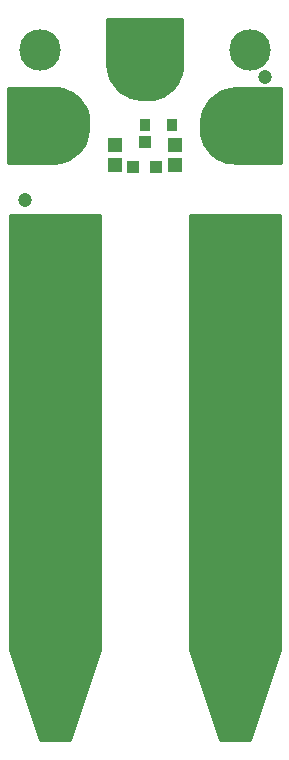
<source format=gts>
G75*
%MOIN*%
%OFA0B0*%
%FSLAX25Y25*%
%IPPOS*%
%LPD*%
%AMOC8*
5,1,8,0,0,1.08239X$1,22.5*
%
%ADD10C,0.01000*%
%ADD11R,0.03950X0.04343*%
%ADD12R,0.04737X0.05131*%
%ADD13C,0.13800*%
%ADD14C,0.04737*%
%ADD15C,0.20800*%
%ADD16R,0.03280X0.04068*%
D10*
X0123333Y0266400D02*
X0133333Y0266400D01*
X0143333Y0296400D01*
X0143333Y0441400D01*
X0113333Y0441400D01*
X0113333Y0296400D01*
X0123333Y0266400D01*
X0133333Y0266400D01*
X0123333Y0266400D01*
X0113333Y0296400D01*
X0113333Y0441400D01*
X0143333Y0441400D01*
X0143333Y0296400D01*
X0133333Y0266400D01*
X0133666Y0267399D02*
X0123000Y0267399D01*
X0122668Y0268397D02*
X0133999Y0268397D01*
X0134332Y0269396D02*
X0122335Y0269396D01*
X0122002Y0270394D02*
X0134665Y0270394D01*
X0134998Y0271393D02*
X0121669Y0271393D01*
X0121336Y0272391D02*
X0135330Y0272391D01*
X0135663Y0273390D02*
X0121003Y0273390D01*
X0120671Y0274388D02*
X0135996Y0274388D01*
X0136329Y0275387D02*
X0120338Y0275387D01*
X0120005Y0276385D02*
X0136662Y0276385D01*
X0136995Y0277384D02*
X0119672Y0277384D01*
X0119339Y0278382D02*
X0137327Y0278382D01*
X0137660Y0279381D02*
X0119006Y0279381D01*
X0118674Y0280379D02*
X0137993Y0280379D01*
X0138326Y0281378D02*
X0118341Y0281378D01*
X0118008Y0282376D02*
X0138659Y0282376D01*
X0138992Y0283375D02*
X0117675Y0283375D01*
X0117342Y0284373D02*
X0139324Y0284373D01*
X0139657Y0285372D02*
X0117009Y0285372D01*
X0116677Y0286370D02*
X0139990Y0286370D01*
X0140323Y0287369D02*
X0116344Y0287369D01*
X0116011Y0288367D02*
X0140656Y0288367D01*
X0140989Y0289366D02*
X0115678Y0289366D01*
X0115345Y0290364D02*
X0141321Y0290364D01*
X0141654Y0291363D02*
X0115012Y0291363D01*
X0114680Y0292361D02*
X0141987Y0292361D01*
X0142320Y0293360D02*
X0114347Y0293360D01*
X0114014Y0294358D02*
X0142653Y0294358D01*
X0142986Y0295357D02*
X0113681Y0295357D01*
X0113348Y0296355D02*
X0143318Y0296355D01*
X0143333Y0297354D02*
X0113333Y0297354D01*
X0113333Y0298352D02*
X0143333Y0298352D01*
X0143333Y0299351D02*
X0113333Y0299351D01*
X0113333Y0300349D02*
X0143333Y0300349D01*
X0143333Y0301348D02*
X0113333Y0301348D01*
X0113333Y0302346D02*
X0143333Y0302346D01*
X0143333Y0303345D02*
X0113333Y0303345D01*
X0113333Y0304343D02*
X0143333Y0304343D01*
X0143333Y0305342D02*
X0113333Y0305342D01*
X0113333Y0306340D02*
X0143333Y0306340D01*
X0143333Y0307339D02*
X0113333Y0307339D01*
X0113333Y0308337D02*
X0143333Y0308337D01*
X0143333Y0309336D02*
X0113333Y0309336D01*
X0113333Y0310334D02*
X0143333Y0310334D01*
X0143333Y0311333D02*
X0113333Y0311333D01*
X0113333Y0312332D02*
X0143333Y0312332D01*
X0143333Y0313330D02*
X0113333Y0313330D01*
X0113333Y0314329D02*
X0143333Y0314329D01*
X0143333Y0315327D02*
X0113333Y0315327D01*
X0113333Y0316326D02*
X0143333Y0316326D01*
X0143333Y0317324D02*
X0113333Y0317324D01*
X0113333Y0318323D02*
X0143333Y0318323D01*
X0143333Y0319321D02*
X0113333Y0319321D01*
X0113333Y0320320D02*
X0143333Y0320320D01*
X0143333Y0321318D02*
X0113333Y0321318D01*
X0113333Y0322317D02*
X0143333Y0322317D01*
X0143333Y0323315D02*
X0113333Y0323315D01*
X0113333Y0324314D02*
X0143333Y0324314D01*
X0143333Y0325312D02*
X0113333Y0325312D01*
X0113333Y0326311D02*
X0143333Y0326311D01*
X0143333Y0327309D02*
X0113333Y0327309D01*
X0113333Y0328308D02*
X0143333Y0328308D01*
X0143333Y0329306D02*
X0113333Y0329306D01*
X0113333Y0330305D02*
X0143333Y0330305D01*
X0143333Y0331303D02*
X0113333Y0331303D01*
X0113333Y0332302D02*
X0143333Y0332302D01*
X0143333Y0333300D02*
X0113333Y0333300D01*
X0113333Y0334299D02*
X0143333Y0334299D01*
X0143333Y0335297D02*
X0113333Y0335297D01*
X0113333Y0336296D02*
X0143333Y0336296D01*
X0143333Y0337294D02*
X0113333Y0337294D01*
X0113333Y0338293D02*
X0143333Y0338293D01*
X0143333Y0339291D02*
X0113333Y0339291D01*
X0113333Y0340290D02*
X0143333Y0340290D01*
X0143333Y0341288D02*
X0113333Y0341288D01*
X0113333Y0342287D02*
X0143333Y0342287D01*
X0143333Y0343285D02*
X0113333Y0343285D01*
X0113333Y0344284D02*
X0143333Y0344284D01*
X0143333Y0345282D02*
X0113333Y0345282D01*
X0113333Y0346281D02*
X0143333Y0346281D01*
X0143333Y0347279D02*
X0113333Y0347279D01*
X0113333Y0348278D02*
X0143333Y0348278D01*
X0143333Y0349276D02*
X0113333Y0349276D01*
X0113333Y0350275D02*
X0143333Y0350275D01*
X0143333Y0351273D02*
X0113333Y0351273D01*
X0113333Y0352272D02*
X0143333Y0352272D01*
X0143333Y0353270D02*
X0113333Y0353270D01*
X0113333Y0354269D02*
X0143333Y0354269D01*
X0143333Y0355268D02*
X0113333Y0355268D01*
X0113333Y0356266D02*
X0143333Y0356266D01*
X0143333Y0357265D02*
X0113333Y0357265D01*
X0113333Y0358263D02*
X0143333Y0358263D01*
X0143333Y0359262D02*
X0113333Y0359262D01*
X0113333Y0360260D02*
X0143333Y0360260D01*
X0143333Y0361259D02*
X0113333Y0361259D01*
X0113333Y0362257D02*
X0143333Y0362257D01*
X0143333Y0363256D02*
X0113333Y0363256D01*
X0113333Y0364254D02*
X0143333Y0364254D01*
X0143333Y0365253D02*
X0113333Y0365253D01*
X0113333Y0366251D02*
X0143333Y0366251D01*
X0143333Y0367250D02*
X0113333Y0367250D01*
X0113333Y0368248D02*
X0143333Y0368248D01*
X0143333Y0369247D02*
X0113333Y0369247D01*
X0113333Y0370245D02*
X0143333Y0370245D01*
X0143333Y0371244D02*
X0113333Y0371244D01*
X0113333Y0372242D02*
X0143333Y0372242D01*
X0143333Y0373241D02*
X0113333Y0373241D01*
X0113333Y0374239D02*
X0143333Y0374239D01*
X0143333Y0375238D02*
X0113333Y0375238D01*
X0113333Y0376236D02*
X0143333Y0376236D01*
X0143333Y0377235D02*
X0113333Y0377235D01*
X0113333Y0378233D02*
X0143333Y0378233D01*
X0143333Y0379232D02*
X0113333Y0379232D01*
X0113333Y0380230D02*
X0143333Y0380230D01*
X0143333Y0381229D02*
X0113333Y0381229D01*
X0113333Y0382227D02*
X0143333Y0382227D01*
X0143333Y0383226D02*
X0113333Y0383226D01*
X0113333Y0384224D02*
X0143333Y0384224D01*
X0143333Y0385223D02*
X0113333Y0385223D01*
X0113333Y0386221D02*
X0143333Y0386221D01*
X0143333Y0387220D02*
X0113333Y0387220D01*
X0113333Y0388218D02*
X0143333Y0388218D01*
X0143333Y0389217D02*
X0113333Y0389217D01*
X0113333Y0390215D02*
X0143333Y0390215D01*
X0143333Y0391214D02*
X0113333Y0391214D01*
X0113333Y0392212D02*
X0143333Y0392212D01*
X0143333Y0393211D02*
X0113333Y0393211D01*
X0113333Y0394209D02*
X0143333Y0394209D01*
X0143333Y0395208D02*
X0113333Y0395208D01*
X0113333Y0396206D02*
X0143333Y0396206D01*
X0143333Y0397205D02*
X0113333Y0397205D01*
X0113333Y0398203D02*
X0143333Y0398203D01*
X0143333Y0399202D02*
X0113333Y0399202D01*
X0113333Y0400201D02*
X0143333Y0400201D01*
X0143333Y0401199D02*
X0113333Y0401199D01*
X0113333Y0402198D02*
X0143333Y0402198D01*
X0143333Y0403196D02*
X0113333Y0403196D01*
X0113333Y0404195D02*
X0143333Y0404195D01*
X0143333Y0405193D02*
X0113333Y0405193D01*
X0113333Y0406192D02*
X0143333Y0406192D01*
X0143333Y0407190D02*
X0113333Y0407190D01*
X0113333Y0408189D02*
X0143333Y0408189D01*
X0143333Y0409187D02*
X0113333Y0409187D01*
X0113333Y0410186D02*
X0143333Y0410186D01*
X0143333Y0411184D02*
X0113333Y0411184D01*
X0113333Y0412183D02*
X0143333Y0412183D01*
X0143333Y0413181D02*
X0113333Y0413181D01*
X0113333Y0414180D02*
X0143333Y0414180D01*
X0143333Y0415178D02*
X0113333Y0415178D01*
X0113333Y0416177D02*
X0143333Y0416177D01*
X0143333Y0417175D02*
X0113333Y0417175D01*
X0113333Y0418174D02*
X0143333Y0418174D01*
X0143333Y0419172D02*
X0113333Y0419172D01*
X0113333Y0420171D02*
X0143333Y0420171D01*
X0143333Y0421169D02*
X0113333Y0421169D01*
X0113333Y0422168D02*
X0143333Y0422168D01*
X0143333Y0423166D02*
X0113333Y0423166D01*
X0113333Y0424165D02*
X0143333Y0424165D01*
X0143333Y0425163D02*
X0113333Y0425163D01*
X0113333Y0426162D02*
X0143333Y0426162D01*
X0143333Y0427160D02*
X0113333Y0427160D01*
X0113333Y0428159D02*
X0143333Y0428159D01*
X0143333Y0429157D02*
X0113333Y0429157D01*
X0113333Y0430156D02*
X0143333Y0430156D01*
X0143333Y0431154D02*
X0113333Y0431154D01*
X0113333Y0432153D02*
X0143333Y0432153D01*
X0143333Y0433151D02*
X0113333Y0433151D01*
X0113333Y0434150D02*
X0143333Y0434150D01*
X0143333Y0435148D02*
X0113333Y0435148D01*
X0113333Y0436147D02*
X0143333Y0436147D01*
X0143333Y0437145D02*
X0113333Y0437145D01*
X0113333Y0438144D02*
X0143333Y0438144D01*
X0143333Y0439142D02*
X0113333Y0439142D01*
X0113333Y0440141D02*
X0143333Y0440141D01*
X0143333Y0441139D02*
X0113333Y0441139D01*
X0112933Y0459000D02*
X0128333Y0459000D01*
X0130007Y0459205D01*
X0131633Y0459647D01*
X0133181Y0460316D01*
X0134618Y0461198D01*
X0135914Y0462275D01*
X0137044Y0463526D01*
X0137985Y0464925D01*
X0138716Y0466444D01*
X0139224Y0468051D01*
X0139499Y0469715D01*
X0139533Y0471400D01*
X0139580Y0473000D01*
X0139399Y0474590D01*
X0138995Y0476139D01*
X0138376Y0477615D01*
X0137554Y0478988D01*
X0136547Y0480232D01*
X0135373Y0481320D01*
X0134057Y0482231D01*
X0132626Y0482947D01*
X0131107Y0483453D01*
X0129533Y0483740D01*
X0127933Y0483800D01*
X0112933Y0483800D01*
X0112933Y0459000D01*
X0112933Y0459113D02*
X0129251Y0459113D01*
X0132708Y0460111D02*
X0112933Y0460111D01*
X0112933Y0461110D02*
X0134475Y0461110D01*
X0135713Y0462108D02*
X0112933Y0462108D01*
X0112933Y0463107D02*
X0136665Y0463107D01*
X0137433Y0464105D02*
X0112933Y0464105D01*
X0112933Y0465104D02*
X0138071Y0465104D01*
X0138552Y0466102D02*
X0112933Y0466102D01*
X0112933Y0467101D02*
X0138924Y0467101D01*
X0139232Y0468099D02*
X0112933Y0468099D01*
X0112933Y0469098D02*
X0139397Y0469098D01*
X0139506Y0470096D02*
X0112933Y0470096D01*
X0112933Y0471095D02*
X0139527Y0471095D01*
X0139553Y0472093D02*
X0112933Y0472093D01*
X0112933Y0473092D02*
X0139569Y0473092D01*
X0139456Y0474090D02*
X0112933Y0474090D01*
X0112933Y0475089D02*
X0139269Y0475089D01*
X0139008Y0476087D02*
X0112933Y0476087D01*
X0112933Y0477086D02*
X0138598Y0477086D01*
X0138095Y0478084D02*
X0112933Y0478084D01*
X0112933Y0479083D02*
X0137478Y0479083D01*
X0136669Y0480081D02*
X0112933Y0480081D01*
X0112933Y0481080D02*
X0135632Y0481080D01*
X0134278Y0482078D02*
X0112933Y0482078D01*
X0112933Y0483077D02*
X0132237Y0483077D01*
X0146580Y0488100D02*
X0146139Y0489727D01*
X0145933Y0491400D01*
X0145933Y0506800D01*
X0170733Y0506800D01*
X0170733Y0491800D01*
X0170673Y0490201D01*
X0170387Y0488626D01*
X0169881Y0487107D01*
X0169165Y0485676D01*
X0168253Y0484360D01*
X0167165Y0483187D01*
X0165922Y0482179D01*
X0164548Y0481357D01*
X0163072Y0480738D01*
X0161523Y0480334D01*
X0159933Y0480154D01*
X0158333Y0480200D01*
X0156648Y0480235D01*
X0154985Y0480509D01*
X0153377Y0481017D01*
X0151859Y0481749D01*
X0150459Y0482689D01*
X0149208Y0483819D01*
X0148131Y0485116D01*
X0147249Y0486552D01*
X0146580Y0488100D01*
X0146593Y0488070D02*
X0170201Y0488070D01*
X0170467Y0489068D02*
X0146318Y0489068D01*
X0146097Y0490067D02*
X0170649Y0490067D01*
X0170706Y0491065D02*
X0145974Y0491065D01*
X0145933Y0492064D02*
X0170733Y0492064D01*
X0170733Y0493062D02*
X0145933Y0493062D01*
X0145933Y0494061D02*
X0170733Y0494061D01*
X0170733Y0495059D02*
X0145933Y0495059D01*
X0145933Y0496058D02*
X0170733Y0496058D01*
X0170733Y0497056D02*
X0145933Y0497056D01*
X0145933Y0498055D02*
X0170733Y0498055D01*
X0170733Y0499053D02*
X0145933Y0499053D01*
X0145933Y0500052D02*
X0170733Y0500052D01*
X0170733Y0501050D02*
X0145933Y0501050D01*
X0145933Y0502049D02*
X0170733Y0502049D01*
X0170733Y0503047D02*
X0145933Y0503047D01*
X0145933Y0504046D02*
X0170733Y0504046D01*
X0170733Y0505044D02*
X0145933Y0505044D01*
X0145933Y0506043D02*
X0170733Y0506043D01*
X0169862Y0487071D02*
X0147025Y0487071D01*
X0147544Y0486072D02*
X0169363Y0486072D01*
X0168748Y0485074D02*
X0148166Y0485074D01*
X0148995Y0484075D02*
X0167989Y0484075D01*
X0167030Y0483077D02*
X0150030Y0483077D01*
X0151368Y0482078D02*
X0165754Y0482078D01*
X0163887Y0481080D02*
X0153247Y0481080D01*
X0177442Y0474749D02*
X0177950Y0476356D01*
X0178682Y0477875D01*
X0179623Y0479274D01*
X0180753Y0480525D01*
X0182049Y0481602D01*
X0183486Y0482484D01*
X0185033Y0483153D01*
X0186660Y0483595D01*
X0188333Y0483800D01*
X0203733Y0483800D01*
X0203733Y0459000D01*
X0188733Y0459000D01*
X0187134Y0459060D01*
X0185559Y0459347D01*
X0184041Y0459853D01*
X0182609Y0460569D01*
X0181294Y0461480D01*
X0180120Y0462568D01*
X0179112Y0463812D01*
X0178291Y0465185D01*
X0177672Y0466661D01*
X0177268Y0468210D01*
X0177087Y0469800D01*
X0177133Y0471400D01*
X0177168Y0473085D01*
X0177442Y0474749D01*
X0177550Y0475089D02*
X0203733Y0475089D01*
X0203733Y0476087D02*
X0177865Y0476087D01*
X0178302Y0477086D02*
X0203733Y0477086D01*
X0203733Y0478084D02*
X0178823Y0478084D01*
X0179494Y0479083D02*
X0203733Y0479083D01*
X0203733Y0480081D02*
X0180352Y0480081D01*
X0181420Y0481080D02*
X0203733Y0481080D01*
X0203733Y0482078D02*
X0182824Y0482078D01*
X0184857Y0483077D02*
X0203733Y0483077D01*
X0203733Y0474090D02*
X0177334Y0474090D01*
X0177169Y0473092D02*
X0203733Y0473092D01*
X0203733Y0472093D02*
X0177148Y0472093D01*
X0177125Y0471095D02*
X0203733Y0471095D01*
X0203733Y0470096D02*
X0177096Y0470096D01*
X0177167Y0469098D02*
X0203733Y0469098D01*
X0203733Y0468099D02*
X0177297Y0468099D01*
X0177557Y0467101D02*
X0203733Y0467101D01*
X0203733Y0466102D02*
X0177906Y0466102D01*
X0178339Y0465104D02*
X0203733Y0465104D01*
X0203733Y0464105D02*
X0178937Y0464105D01*
X0179683Y0463107D02*
X0203733Y0463107D01*
X0203733Y0462108D02*
X0180616Y0462108D01*
X0181828Y0461110D02*
X0203733Y0461110D01*
X0203733Y0460111D02*
X0183524Y0460111D01*
X0186846Y0459113D02*
X0203733Y0459113D01*
X0203333Y0441400D02*
X0173333Y0441400D01*
X0173333Y0296400D01*
X0183333Y0266400D01*
X0193333Y0266400D01*
X0203333Y0296400D01*
X0203333Y0441400D01*
X0173333Y0441400D01*
X0173333Y0296400D01*
X0183333Y0266400D01*
X0193333Y0266400D01*
X0203333Y0296400D01*
X0203333Y0441400D01*
X0203333Y0441139D02*
X0173333Y0441139D01*
X0173333Y0440141D02*
X0203333Y0440141D01*
X0203333Y0439142D02*
X0173333Y0439142D01*
X0173333Y0438144D02*
X0203333Y0438144D01*
X0203333Y0437145D02*
X0173333Y0437145D01*
X0173333Y0436147D02*
X0203333Y0436147D01*
X0203333Y0435148D02*
X0173333Y0435148D01*
X0173333Y0434150D02*
X0203333Y0434150D01*
X0203333Y0433151D02*
X0173333Y0433151D01*
X0173333Y0432153D02*
X0203333Y0432153D01*
X0203333Y0431154D02*
X0173333Y0431154D01*
X0173333Y0430156D02*
X0203333Y0430156D01*
X0203333Y0429157D02*
X0173333Y0429157D01*
X0173333Y0428159D02*
X0203333Y0428159D01*
X0203333Y0427160D02*
X0173333Y0427160D01*
X0173333Y0426162D02*
X0203333Y0426162D01*
X0203333Y0425163D02*
X0173333Y0425163D01*
X0173333Y0424165D02*
X0203333Y0424165D01*
X0203333Y0423166D02*
X0173333Y0423166D01*
X0173333Y0422168D02*
X0203333Y0422168D01*
X0203333Y0421169D02*
X0173333Y0421169D01*
X0173333Y0420171D02*
X0203333Y0420171D01*
X0203333Y0419172D02*
X0173333Y0419172D01*
X0173333Y0418174D02*
X0203333Y0418174D01*
X0203333Y0417175D02*
X0173333Y0417175D01*
X0173333Y0416177D02*
X0203333Y0416177D01*
X0203333Y0415178D02*
X0173333Y0415178D01*
X0173333Y0414180D02*
X0203333Y0414180D01*
X0203333Y0413181D02*
X0173333Y0413181D01*
X0173333Y0412183D02*
X0203333Y0412183D01*
X0203333Y0411184D02*
X0173333Y0411184D01*
X0173333Y0410186D02*
X0203333Y0410186D01*
X0203333Y0409187D02*
X0173333Y0409187D01*
X0173333Y0408189D02*
X0203333Y0408189D01*
X0203333Y0407190D02*
X0173333Y0407190D01*
X0173333Y0406192D02*
X0203333Y0406192D01*
X0203333Y0405193D02*
X0173333Y0405193D01*
X0173333Y0404195D02*
X0203333Y0404195D01*
X0203333Y0403196D02*
X0173333Y0403196D01*
X0173333Y0402198D02*
X0203333Y0402198D01*
X0203333Y0401199D02*
X0173333Y0401199D01*
X0173333Y0400201D02*
X0203333Y0400201D01*
X0203333Y0399202D02*
X0173333Y0399202D01*
X0173333Y0398203D02*
X0203333Y0398203D01*
X0203333Y0397205D02*
X0173333Y0397205D01*
X0173333Y0396206D02*
X0203333Y0396206D01*
X0203333Y0395208D02*
X0173333Y0395208D01*
X0173333Y0394209D02*
X0203333Y0394209D01*
X0203333Y0393211D02*
X0173333Y0393211D01*
X0173333Y0392212D02*
X0203333Y0392212D01*
X0203333Y0391214D02*
X0173333Y0391214D01*
X0173333Y0390215D02*
X0203333Y0390215D01*
X0203333Y0389217D02*
X0173333Y0389217D01*
X0173333Y0388218D02*
X0203333Y0388218D01*
X0203333Y0387220D02*
X0173333Y0387220D01*
X0173333Y0386221D02*
X0203333Y0386221D01*
X0203333Y0385223D02*
X0173333Y0385223D01*
X0173333Y0384224D02*
X0203333Y0384224D01*
X0203333Y0383226D02*
X0173333Y0383226D01*
X0173333Y0382227D02*
X0203333Y0382227D01*
X0203333Y0381229D02*
X0173333Y0381229D01*
X0173333Y0380230D02*
X0203333Y0380230D01*
X0203333Y0379232D02*
X0173333Y0379232D01*
X0173333Y0378233D02*
X0203333Y0378233D01*
X0203333Y0377235D02*
X0173333Y0377235D01*
X0173333Y0376236D02*
X0203333Y0376236D01*
X0203333Y0375238D02*
X0173333Y0375238D01*
X0173333Y0374239D02*
X0203333Y0374239D01*
X0203333Y0373241D02*
X0173333Y0373241D01*
X0173333Y0372242D02*
X0203333Y0372242D01*
X0203333Y0371244D02*
X0173333Y0371244D01*
X0173333Y0370245D02*
X0203333Y0370245D01*
X0203333Y0369247D02*
X0173333Y0369247D01*
X0173333Y0368248D02*
X0203333Y0368248D01*
X0203333Y0367250D02*
X0173333Y0367250D01*
X0173333Y0366251D02*
X0203333Y0366251D01*
X0203333Y0365253D02*
X0173333Y0365253D01*
X0173333Y0364254D02*
X0203333Y0364254D01*
X0203333Y0363256D02*
X0173333Y0363256D01*
X0173333Y0362257D02*
X0203333Y0362257D01*
X0203333Y0361259D02*
X0173333Y0361259D01*
X0173333Y0360260D02*
X0203333Y0360260D01*
X0203333Y0359262D02*
X0173333Y0359262D01*
X0173333Y0358263D02*
X0203333Y0358263D01*
X0203333Y0357265D02*
X0173333Y0357265D01*
X0173333Y0356266D02*
X0203333Y0356266D01*
X0203333Y0355268D02*
X0173333Y0355268D01*
X0173333Y0354269D02*
X0203333Y0354269D01*
X0203333Y0353270D02*
X0173333Y0353270D01*
X0173333Y0352272D02*
X0203333Y0352272D01*
X0203333Y0351273D02*
X0173333Y0351273D01*
X0173333Y0350275D02*
X0203333Y0350275D01*
X0203333Y0349276D02*
X0173333Y0349276D01*
X0173333Y0348278D02*
X0203333Y0348278D01*
X0203333Y0347279D02*
X0173333Y0347279D01*
X0173333Y0346281D02*
X0203333Y0346281D01*
X0203333Y0345282D02*
X0173333Y0345282D01*
X0173333Y0344284D02*
X0203333Y0344284D01*
X0203333Y0343285D02*
X0173333Y0343285D01*
X0173333Y0342287D02*
X0203333Y0342287D01*
X0203333Y0341288D02*
X0173333Y0341288D01*
X0173333Y0340290D02*
X0203333Y0340290D01*
X0203333Y0339291D02*
X0173333Y0339291D01*
X0173333Y0338293D02*
X0203333Y0338293D01*
X0203333Y0337294D02*
X0173333Y0337294D01*
X0173333Y0336296D02*
X0203333Y0336296D01*
X0203333Y0335297D02*
X0173333Y0335297D01*
X0173333Y0334299D02*
X0203333Y0334299D01*
X0203333Y0333300D02*
X0173333Y0333300D01*
X0173333Y0332302D02*
X0203333Y0332302D01*
X0203333Y0331303D02*
X0173333Y0331303D01*
X0173333Y0330305D02*
X0203333Y0330305D01*
X0203333Y0329306D02*
X0173333Y0329306D01*
X0173333Y0328308D02*
X0203333Y0328308D01*
X0203333Y0327309D02*
X0173333Y0327309D01*
X0173333Y0326311D02*
X0203333Y0326311D01*
X0203333Y0325312D02*
X0173333Y0325312D01*
X0173333Y0324314D02*
X0203333Y0324314D01*
X0203333Y0323315D02*
X0173333Y0323315D01*
X0173333Y0322317D02*
X0203333Y0322317D01*
X0203333Y0321318D02*
X0173333Y0321318D01*
X0173333Y0320320D02*
X0203333Y0320320D01*
X0203333Y0319321D02*
X0173333Y0319321D01*
X0173333Y0318323D02*
X0203333Y0318323D01*
X0203333Y0317324D02*
X0173333Y0317324D01*
X0173333Y0316326D02*
X0203333Y0316326D01*
X0203333Y0315327D02*
X0173333Y0315327D01*
X0173333Y0314329D02*
X0203333Y0314329D01*
X0203333Y0313330D02*
X0173333Y0313330D01*
X0173333Y0312332D02*
X0203333Y0312332D01*
X0203333Y0311333D02*
X0173333Y0311333D01*
X0173333Y0310334D02*
X0203333Y0310334D01*
X0203333Y0309336D02*
X0173333Y0309336D01*
X0173333Y0308337D02*
X0203333Y0308337D01*
X0203333Y0307339D02*
X0173333Y0307339D01*
X0173333Y0306340D02*
X0203333Y0306340D01*
X0203333Y0305342D02*
X0173333Y0305342D01*
X0173333Y0304343D02*
X0203333Y0304343D01*
X0203333Y0303345D02*
X0173333Y0303345D01*
X0173333Y0302346D02*
X0203333Y0302346D01*
X0203333Y0301348D02*
X0173333Y0301348D01*
X0173333Y0300349D02*
X0203333Y0300349D01*
X0203333Y0299351D02*
X0173333Y0299351D01*
X0173333Y0298352D02*
X0203333Y0298352D01*
X0203333Y0297354D02*
X0173333Y0297354D01*
X0173348Y0296355D02*
X0203318Y0296355D01*
X0202986Y0295357D02*
X0173681Y0295357D01*
X0174014Y0294358D02*
X0202653Y0294358D01*
X0202320Y0293360D02*
X0174347Y0293360D01*
X0174680Y0292361D02*
X0201987Y0292361D01*
X0201654Y0291363D02*
X0175012Y0291363D01*
X0175345Y0290364D02*
X0201321Y0290364D01*
X0200989Y0289366D02*
X0175678Y0289366D01*
X0176011Y0288367D02*
X0200656Y0288367D01*
X0200323Y0287369D02*
X0176344Y0287369D01*
X0176677Y0286370D02*
X0199990Y0286370D01*
X0199657Y0285372D02*
X0177009Y0285372D01*
X0177342Y0284373D02*
X0199324Y0284373D01*
X0198992Y0283375D02*
X0177675Y0283375D01*
X0178008Y0282376D02*
X0198659Y0282376D01*
X0198326Y0281378D02*
X0178341Y0281378D01*
X0178674Y0280379D02*
X0197993Y0280379D01*
X0197660Y0279381D02*
X0179006Y0279381D01*
X0179339Y0278382D02*
X0197327Y0278382D01*
X0196995Y0277384D02*
X0179672Y0277384D01*
X0180005Y0276385D02*
X0196662Y0276385D01*
X0196329Y0275387D02*
X0180338Y0275387D01*
X0180671Y0274388D02*
X0195996Y0274388D01*
X0195663Y0273390D02*
X0181003Y0273390D01*
X0181336Y0272391D02*
X0195330Y0272391D01*
X0194998Y0271393D02*
X0181669Y0271393D01*
X0182002Y0270394D02*
X0194665Y0270394D01*
X0194332Y0269396D02*
X0182335Y0269396D01*
X0182668Y0268397D02*
X0193999Y0268397D01*
X0193666Y0267399D02*
X0183000Y0267399D01*
X0183333Y0266400D02*
X0193333Y0266400D01*
D11*
X0162073Y0457463D03*
X0154593Y0457463D03*
X0158333Y0465731D03*
D12*
X0148333Y0464746D03*
X0148333Y0458054D03*
X0168333Y0458054D03*
X0168333Y0464746D03*
D13*
X0193333Y0496400D03*
X0123333Y0496400D03*
D14*
X0118333Y0446400D03*
X0198333Y0487400D03*
D15*
X0189333Y0471400D03*
X0158333Y0492400D03*
X0127333Y0471400D03*
D16*
X0158306Y0471400D03*
X0167361Y0471400D03*
M02*

</source>
